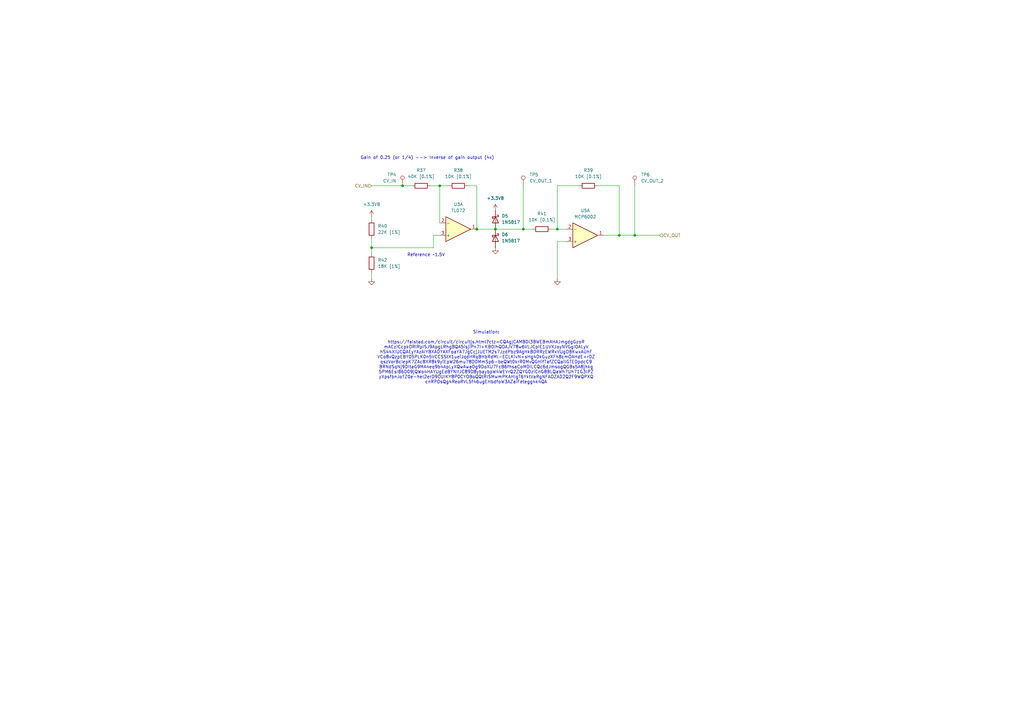
<source format=kicad_sch>
(kicad_sch (version 20250114) (generator "eeschema") (generator_version "9.0")
  (paper "A3")
  (lib_symbols
    (symbol "Amplifier_Operational:MCP6002-xSN" (pin_names (offset 0.127))
      (property "Reference" "U" (at 0 5.08 0))
      (property "Value" "MCP6002-xSN" (at 0 -5.08 0))
      (symbol "MCP6002-xSN_1_1"
        (polyline (pts (xy -5.08 5.08) (xy 5.08 0) (xy -5.08 -5.08) (xy -5.08 5.08)) (stroke (width 0.254)) (fill (type background)))
        (pin input line (at -7.62 2.54 0) (length 2.54) (name "+") (number "3"))
        (pin input line (at -7.62 -2.54 0) (length 2.54) (name "-") (number "2"))
        (pin output line (at 7.62 0 180) (length 2.54) (name "~") (number "1"))
      )
      (symbol "MCP6002-xSN_2_1"
        (polyline (pts (xy -5.08 5.08) (xy 5.08 0) (xy -5.08 -5.08) (xy -5.08 5.08)) (stroke (width 0.254)) (fill (type background)))
        (pin input line (at -7.62 2.54 0) (length 2.54) (name "+") (number "5"))
        (pin input line (at -7.62 -2.54 0) (length 2.54) (name "-") (number "6"))
        (pin output line (at 7.62 0 180) (length 2.54) (name "~") (number "7"))
      )
      (symbol "MCP6002-xSN_3_1"
        (pin power_in line (at -2.54 7.62 270) (length 3.81) (name "V+") (number "8"))
        (pin power_in line (at -2.54 -7.62 90) (length 3.81) (name "V-") (number "4"))
      )
    )
    (symbol "Amplifier_Operational:TL072" (pin_names (offset 0.127))
      (property "Reference" "U" (at 0 5.08 0))
      (property "Value" "TL072" (at 0 -5.08 0))
      (symbol "TL072_1_1"
        (polyline (pts (xy -5.08 5.08) (xy 5.08 0) (xy -5.08 -5.08) (xy -5.08 5.08)) (stroke (width 0.254)) (fill (type background)))
        (pin input line (at -7.62 2.54 0) (length 2.54) (name "+") (number "3"))
        (pin input line (at -7.62 -2.54 0) (length 2.54) (name "-") (number "2"))
        (pin output line (at 7.62 0 180) (length 2.54) (name "~") (number "1"))
      )
      (symbol "TL072_2_1"
        (polyline (pts (xy -5.08 5.08) (xy 5.08 0) (xy -5.08 -5.08) (xy -5.08 5.08)) (stroke (width 0.254)) (fill (type background)))
        (pin input line (at -7.62 2.54 0) (length 2.54) (name "+") (number "5"))
        (pin input line (at -7.62 -2.54 0) (length 2.54) (name "-") (number "6"))
        (pin output line (at 7.62 0 180) (length 2.54) (name "~") (number "7"))
      )
      (symbol "TL072_3_1"
        (pin power_in line (at -2.54 7.62 270) (length 3.81) (name "V+") (number "8"))
        (pin power_in line (at -2.54 -7.62 90) (length 3.81) (name "V-") (number "4"))
      )
    )
    (symbol "Connector:TestPoint" (pin_numbers (hide yes)) (pin_names (offset 0.762) (hide yes))
      (property "Reference" "TP" (at 0 6.858 0))
      (property "Value" "TestPoint" (at 0 5.08 0))
      (symbol "TestPoint_0_1"
        (circle (center 0 3.302) (radius 0.762))
      )
      (symbol "TestPoint_1_1"
        (pin passive line (at 0 0 90) (length 2.54) (name "1") (number "1"))
      )
    )
    (symbol "Device:R" (pin_numbers (hide yes)) (pin_names (offset 0))
      (property "Reference" "R" (at 2.032 0 90))
      (property "Value" "R" (at 0 0 90))
      (symbol "R_0_1"
        (rectangle (start -1.016 -2.54) (end 1.016 2.54) (stroke (width 0.254)))
      )
      (symbol "R_1_1"
        (pin passive line (at 0 3.81 270) (length 1.27) (name "~") (number "1"))
        (pin passive line (at 0 -3.81 90) (length 1.27) (name "~") (number "2"))
      )
    )
    (symbol "Diode:1N5817" (pin_numbers (hide yes)) (pin_names (offset 1.016) (hide yes))
      (property "Reference" "D" (at 0 2.54 0))
      (property "Value" "1N5817" (at 0 -2.54 0))
      (symbol "1N5817_0_1"
        (polyline (pts (xy -1.905 0.635) (xy -1.905 1.27) (xy -1.27 1.27) (xy -1.27 -1.27) (xy -0.635 -1.27) (xy -0.635 -0.635)) (stroke (width 0.254)))
        (polyline (pts (xy 1.27 1.27) (xy 1.27 -1.27) (xy -1.27 0) (xy 1.27 1.27)) (stroke (width 0.254)))
        (polyline (pts (xy 1.27 0) (xy -1.27 0)))
      )
      (symbol "1N5817_1_1"
        (pin passive line (at -3.81 0 0) (length 2.54) (name "K") (number "1"))
        (pin passive line (at 3.81 0 180) (length 2.54) (name "A") (number "2"))
      )
    )
    (symbol "power:+3.3V" (power) (pin_numbers (hide yes)) (pin_names (offset 0) (hide yes))
      (property "Value" "+3.3V" (at 0 3.556 0))
      (symbol "+3.3V_0_1"
        (polyline (pts (xy -0.762 1.27) (xy 0 2.54)))
        (polyline (pts (xy 0 2.54) (xy 0.762 1.27)))
        (polyline (pts (xy 0 0) (xy 0 2.54)))
      )
      (symbol "+3.3V_1_1"
        (pin power_in line (at 0 0 90) (length 0) (name "~") (number "1"))
      )
    )
    (symbol "power:GND" (power) (pin_numbers (hide yes)) (pin_names (offset 0) (hide yes))
      (property "Value" "GND" (at 0 -3.81 0))
      (symbol "GND_0_1"
        (polyline (pts (xy 0 0) (xy 0 -1.27) (xy 1.27 -1.27) (xy 0 -2.54) (xy -1.27 -1.27) (xy 0 -1.27)))
      )
      (symbol "GND_1_1"
        (pin power_in line (at 0 0 270) (length 0) (name "~") (number "1"))
      )
    )
  )
  (text "Reference ~1.5V" (at 174.752 104.648 0) (effects (font (size 1.27 1.27))))
  (text "Gain of 0.25 (or 1/4) --> Inverse of gain output (4x)" (at 175.26 64.77 0) (effects (font (size 1.27 1.27))))
  (text "Simulation:\n\nhttps://falstad.com/circuit/circuitjs.html?ctz=CQAgjCAMB0l3BWEBmAHAJmgdgGzoR\nmACzICcpkORIRpISJ9ApgLRhgBQA5isjiPn7I+KBOihQOAJV78w6VLJCpIE1UVXJoyNVGgIOALyV\nhS44XIUCQAEyYAzAIYBXADYAXFoaYA7JgCcjJUETM2s7JzdPbz9AgHkBDRRzEWRxVUgOBKwxAUhF\nVCo8xQzpEBY05PLK0n5VCCSStX1ueiJqdHRqBHbRdMl-ECLKivN+sHg4DkGuzXFh8cmOAHdE+rDZ\nqszVorBcIepK7ZAc8XR8k9yiEpW26mu78DDMmSp6-beQWt0krR0MvQGHifTafZCQailGTEDpdcC9\nBRNdSqNj9DItaG9MA4eq9b4ApLyXQwAwaOg9DoXU7FcB6fhsaCoMDILCQc6dJmsogQGBs5A8jhkg\n5PM6EsI86D09jQWo4HAYUgEdBYNIIJC89D8ybaybpW4WEVrQ2ZQYG0ziCnG8BLQaWh7Uh71G3lPZ\nyXpsfbnJoTZ0e-hel2erD9OUIKY8P0CYOBoQQtRlSMwmPKAHIgT6YktVaRgNFAOZAD2Q2F9WQPXQ\ncnRPOsQg4ReoRVL5f46ugEHbdfoW3AZaIFetegg4k4QA" (at 199.39 146.558 0) (effects (font (size 1.27 1.27))))
  (junction (at 195.58 93.98))
  (junction (at 254 96.52))
  (junction (at 180.34 76.2))
  (junction (at 165.1 76.2))
  (junction (at 228.6 93.98))
  (junction (at 214.63 93.98))
  (junction (at 152.4 101.6))
  (junction (at 203.2 93.98))
  (junction (at 260.35 96.52))
  (wire (pts (xy 228.6 114.3) (xy 228.6 99.06)))
  (wire (pts (xy 254 96.52) (xy 260.35 96.52)))
  (wire (pts (xy 247.65 96.52) (xy 254 96.52)))
  (wire (pts (xy 152.4 88.9) (xy 152.4 90.17)))
  (wire (pts (xy 228.6 93.98) (xy 232.41 93.98)))
  (wire (pts (xy 184.15 76.2) (xy 180.34 76.2)))
  (wire (pts (xy 226.06 93.98) (xy 228.6 93.98)))
  (wire (pts (xy 177.8 101.6) (xy 152.4 101.6)))
  (wire (pts (xy 152.4 76.2) (xy 165.1 76.2)))
  (wire (pts (xy 165.1 76.2) (xy 168.91 76.2)))
  (wire (pts (xy 152.4 97.79) (xy 152.4 101.6)))
  (wire (pts (xy 195.58 93.98) (xy 203.2 93.98)))
  (wire (pts (xy 228.6 76.2) (xy 228.6 93.98)))
  (wire (pts (xy 228.6 99.06) (xy 232.41 99.06)))
  (wire (pts (xy 254 76.2) (xy 254 96.52)))
  (wire (pts (xy 195.58 76.2) (xy 195.58 93.98)))
  (wire (pts (xy 176.53 76.2) (xy 180.34 76.2)))
  (wire (pts (xy 203.2 93.98) (xy 214.63 93.98)))
  (wire (pts (xy 152.4 101.6) (xy 152.4 104.14)))
  (wire (pts (xy 214.63 93.98) (xy 218.44 93.98)))
  (wire (pts (xy 245.11 76.2) (xy 254 76.2)))
  (wire (pts (xy 177.8 96.52) (xy 177.8 101.6)))
  (wire (pts (xy 228.6 76.2) (xy 237.49 76.2)))
  (wire (pts (xy 152.4 114.3) (xy 152.4 111.76)))
  (wire (pts (xy 214.63 76.2) (xy 214.63 93.98)))
  (wire (pts (xy 260.35 96.52) (xy 270.51 96.52)))
  (wire (pts (xy 191.77 76.2) (xy 195.58 76.2)))
  (wire (pts (xy 177.8 96.52) (xy 180.34 96.52)))
  (wire (pts (xy 260.35 76.2) (xy 260.35 96.52)))
  (wire (pts (xy 180.34 76.2) (xy 180.34 91.44)))
  (hierarchical_label "CV_OUT" (shape input) (at 270.51 96.52 0))
  (hierarchical_label "CV_IN" (shape input) (at 152.4 76.2 180))
  (symbol (lib_id "power:+3.3V") (at 152.4 88.9 0) (unit 1)
    (property "Reference" "#PWR0108" (effects (hide yes)))
    (property "Value" "+3.3VB" (at 152.4 83.82 0))
    (property "Description" "Power symbol creates a global label with name \"+3.3V\"" (effects (hide yes)))
    (instances (project "quantizer" (path "" (reference "#PWR0108") (unit 1)) (path "" (reference "#PWR0122") (unit 1))))
  )
  (symbol (lib_id "power:GND") (at 152.4 114.3 0) (unit 1)
    (property "Reference" "#PWR0179" (effects (hide yes)))
    (property "Value" "GND" (effects (hide yes)))
    (property "Description" "Power symbol creates a global label with name \"GND\" , ground" (effects (hide yes)))
    (instances (project "quantizer" (path "" (reference "#PWR0179") (unit 1)) (path "" (reference "#PWR0180") (unit 1))))
  )
  (symbol (lib_id "power:GND") (at 203.2 101.6 0) (unit 1)
    (property "Reference" "#PWR0177" (effects (hide yes)))
    (property "Value" "GND" (effects (hide yes)))
    (property "Description" "Power symbol creates a global label with name \"GND\" , ground" (effects (hide yes)))
    (instances (project "quantizer" (path "" (reference "#PWR0177") (unit 1)) (path "" (reference "#PWR0178") (unit 1))))
  )
  (symbol (lib_id "Device:R") (at 222.25 93.98 270) (unit 1)
    (property "Reference" "R41" (at 222.25 87.63 90))
    (property "Value" "10K [0.1%]" (at 222.25 90.17 90))
    (property "Footprint" "Resistor_SMD:R_0805_2012Metric_Pad1.20x1.40mm_HandSolder" (effects (hide yes)))
    (property "Description" "Resistor" (effects (hide yes)))
    (instances (project "quantizer" (path "" (reference "R41") (unit 1)) (path "" (reference "R51") (unit 1))))
  )
  (symbol (lib_id "Amplifier_Operational:TL072") (at 187.96 93.98 0) (mirror x) (unit 1)
    (property "Reference" "U3" (at 187.96 83.82 0))
    (property "Value" "TL072" (at 187.96 86.36 0))
    (property "Footprint" "Synth:SOIC-8" (effects (hide yes)))
    (property "Datasheet" "http://www.ti.com/lit/ds/symlink/tl071.pdf" (effects (hide yes)))
    (property "Description" "Dual Low-Noise JFET-Input Operational Amplifiers, DIP-8/SOIC-8" (effects (hide yes)))
    (instances (project "quantizer" (path "" (reference "U3") (unit 1)) (path "" (reference "U3") (unit 2))))
  )
  (symbol (lib_id "Device:R") (at 172.72 76.2 270) (unit 1)
    (property "Reference" "R37" (at 172.72 69.85 90))
    (property "Value" "40K [0.1%]" (at 172.72 72.39 90))
    (property "Footprint" "Resistor_SMD:R_0805_2012Metric_Pad1.20x1.40mm_HandSolder" (effects (hide yes)))
    (property "Description" "Resistor" (effects (hide yes)))
    (instances (project "quantizer" (path "" (reference "R37") (unit 1)) (path "" (reference "R47") (unit 1))))
  )
  (symbol (lib_id "power:GND") (at 228.6 114.3 0) (unit 1)
    (property "Reference" "#PWR0181" (effects (hide yes)))
    (property "Value" "GND" (effects (hide yes)))
    (property "Description" "Power symbol creates a global label with name \"GND\" , ground" (effects (hide yes)))
    (instances (project "quantizer" (path "" (reference "#PWR0181") (unit 1)) (path "" (reference "#PWR0182") (unit 1))))
  )
  (symbol (lib_id "power:+3.3V") (at 203.2 86.36 0) (unit 1)
    (property "Reference" "#PWR0107" (effects (hide yes)))
    (property "Value" "+3.3VB" (at 203.2 81.28 0))
    (property "Description" "Power symbol creates a global label with name \"+3.3V\"" (effects (hide yes)))
    (instances (project "quantizer" (path "" (reference "#PWR0107") (unit 1)) (path "" (reference "#PWR0121") (unit 1))))
  )
  (symbol (lib_id "Connector:TestPoint") (at 214.63 76.2 0) (unit 1)
    (property "Reference" "TP5" (at 217.17 71.6279 0) (effects (justify left)))
    (property "Value" "CV_OUT_1" (at 217.17 74.1679 0) (effects (justify left)))
    (property "Footprint" "TestPoint:TestPoint_Loop_D2.50mm_Drill1.0mm" (effects (hide yes)))
    (property "Description" "test point" (effects (hide yes)))
    (instances (project "quantizer" (path "" (reference "TP5") (unit 1)) (path "" (reference "TP8") (unit 1))))
  )
  (symbol (lib_id "Diode:1N5817") (at 203.2 97.79 270) (unit 1)
    (property "Reference" "D6" (at 205.74 96.2024 90) (effects (justify left)))
    (property "Value" "1N5817" (at 205.74 98.7424 90) (effects (justify left)))
    (property "Footprint" "Diode_SMD:D_SOD-323_HandSoldering" (effects (hide yes)))
    (property "Datasheet" "http://www.vishay.com/docs/88525/1n5817.pdf" (effects (hide yes)))
    (property "Description" "20V 1A Schottky Barrier Rectifier Diode, DO-41" (effects (hide yes)))
    (instances (project "" (path "" (reference "D6") (unit 1)) (path "" (reference "D8") (unit 1))))
  )
  (symbol (lib_id "Diode:1N5817") (at 203.2 90.17 270) (unit 1)
    (property "Reference" "D5" (at 205.74 88.5824 90) (effects (justify left)))
    (property "Value" "1N5817" (at 205.74 91.1224 90) (effects (justify left)))
    (property "Footprint" "Diode_SMD:D_SOD-323_HandSoldering" (effects (hide yes)))
    (property "Datasheet" "http://www.vishay.com/docs/88525/1n5817.pdf" (effects (hide yes)))
    (property "Description" "20V 1A Schottky Barrier Rectifier Diode, DO-41" (effects (hide yes)))
    (instances (project "quantizer" (path "" (reference "D5") (unit 1)) (path "" (reference "D7") (unit 1))))
  )
  (symbol (lib_id "Amplifier_Operational:MCP6002-xSN") (at 240.03 96.52 0) (mirror x) (unit 1)
    (property "Reference" "U5" (at 240.03 86.36 0))
    (property "Value" "MCP6002" (at 240.03 88.9 0))
    (property "Footprint" "Synth:SOIC-8" (effects (hide yes)))
    (property "Datasheet" "http://ww1.microchip.com/downloads/en/DeviceDoc/21733j.pdf" (effects (hide yes)))
    (property "Description" "1MHz, Low-Power Op Amp, SOIC-8" (effects (hide yes)))
    (instances (project "quantizer" (path "" (reference "U5") (unit 1)) (path "" (reference "U5") (unit 2))))
  )
  (symbol (lib_id "Connector:TestPoint") (at 260.35 76.2 0) (unit 1)
    (property "Reference" "TP6" (at 262.89 71.6279 0) (effects (justify left)))
    (property "Value" "CV_OUT_2" (at 262.89 74.1679 0) (effects (justify left)))
    (property "Footprint" "TestPoint:TestPoint_Loop_D2.50mm_Drill1.0mm" (effects (hide yes)))
    (property "Description" "test point" (effects (hide yes)))
    (instances (project "quantizer" (path "" (reference "TP6") (unit 1)) (path "" (reference "TP9") (unit 1))))
  )
  (symbol (lib_id "Connector:TestPoint") (at 165.1 76.2 0) (unit 1)
    (property "Reference" "TP4" (at 162.56 71.6279 0) (effects (justify right)))
    (property "Value" "CV_IN" (at 162.56 74.1679 0) (effects (justify right)))
    (property "Footprint" "TestPoint:TestPoint_Loop_D2.50mm_Drill1.0mm" (effects (hide yes)))
    (property "Description" "test point" (effects (hide yes)))
    (instances (project "quantizer" (path "" (reference "TP4") (unit 1)) (path "" (reference "TP7") (unit 1))))
  )
  (symbol (lib_id "Device:R") (at 241.3 76.2 270) (unit 1)
    (property "Reference" "R39" (at 241.3 69.85 90))
    (property "Value" "10K [0.1%]" (at 241.3 72.39 90))
    (property "Footprint" "Resistor_SMD:R_0805_2012Metric_Pad1.20x1.40mm_HandSolder" (effects (hide yes)))
    (property "Description" "Resistor" (effects (hide yes)))
    (instances (project "quantizer" (path "" (reference "R39") (unit 1)) (path "" (reference "R49") (unit 1))))
  )
  (symbol (lib_id "Device:R") (at 152.4 93.98 0) (unit 1)
    (property "Reference" "R40" (at 154.94 92.7099 0) (effects (justify left)))
    (property "Value" "22K [1%]" (at 154.94 95.2499 0) (effects (justify left)))
    (property "Footprint" "Resistor_SMD:R_0805_2012Metric_Pad1.20x1.40mm_HandSolder" (effects (hide yes)))
    (property "Description" "Resistor" (effects (hide yes)))
    (instances (project "quantizer" (path "" (reference "R40") (unit 1)) (path "" (reference "R50") (unit 1))))
  )
  (symbol (lib_id "Device:R") (at 187.96 76.2 270) (unit 1)
    (property "Reference" "R38" (at 187.96 69.85 90))
    (property "Value" "10K [0.1%]" (at 187.96 72.39 90))
    (property "Footprint" "Resistor_SMD:R_0805_2012Metric_Pad1.20x1.40mm_HandSolder" (effects (hide yes)))
    (property "Description" "Resistor" (effects (hide yes)))
    (instances (project "quantizer" (path "" (reference "R38") (unit 1)) (path "" (reference "R48") (unit 1))))
  )
  (symbol (lib_id "Device:R") (at 152.4 107.95 0) (unit 1)
    (property "Reference" "R42" (at 154.94 106.6799 0) (effects (justify left)))
    (property "Value" "18K [1%]" (at 154.94 109.2199 0) (effects (justify left)))
    (property "Footprint" "Resistor_SMD:R_0805_2012Metric_Pad1.20x1.40mm_HandSolder" (effects (hide yes)))
    (property "Description" "Resistor" (effects (hide yes)))
    (instances (project "quantizer" (path "" (reference "R42") (unit 1)) (path "" (reference "R52") (unit 1))))
  )
)
</source>
